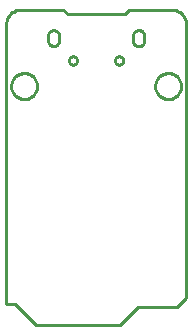
<source format=gbr>
G04 EAGLE Gerber RS-274X export*
G75*
%MOMM*%
%FSLAX34Y34*%
%LPD*%
%IN*%
%IPPOS*%
%AMOC8*
5,1,8,0,0,1.08239X$1,22.5*%
G01*
%ADD10C,0.254000*%


D10*
X-76200Y-121920D02*
X-68580Y-121920D01*
X-50800Y-139700D01*
X20320Y-139700D01*
X35560Y-124460D01*
X68580Y-124460D01*
X76200Y-116840D01*
X76200Y114300D01*
X76152Y115407D01*
X76007Y116505D01*
X75767Y117587D01*
X75434Y118644D01*
X75010Y119667D01*
X74499Y120650D01*
X73903Y121584D01*
X73229Y122463D01*
X72480Y123280D01*
X71663Y124029D01*
X70784Y124703D01*
X69850Y125299D01*
X68867Y125810D01*
X67844Y126234D01*
X66787Y126567D01*
X65705Y126807D01*
X64607Y126952D01*
X63500Y127000D01*
X27940Y127000D01*
X24130Y123190D01*
X-24130Y123190D01*
X-27940Y127000D01*
X-63500Y127000D01*
X-64607Y126952D01*
X-65705Y126807D01*
X-66787Y126567D01*
X-67844Y126234D01*
X-68867Y125810D01*
X-69850Y125299D01*
X-70784Y124703D01*
X-71663Y124029D01*
X-72480Y123280D01*
X-73229Y122463D01*
X-73903Y121584D01*
X-74499Y120650D01*
X-75010Y119667D01*
X-75434Y118644D01*
X-75767Y117587D01*
X-76007Y116505D01*
X-76152Y115407D01*
X-76200Y114300D01*
X-76200Y-121920D01*
X-40500Y99820D02*
X-40441Y99473D01*
X-40352Y99133D01*
X-40234Y98802D01*
X-40088Y98482D01*
X-39914Y98176D01*
X-39714Y97887D01*
X-39490Y97616D01*
X-39243Y97366D01*
X-38975Y97138D01*
X-38688Y96934D01*
X-38385Y96757D01*
X-38067Y96606D01*
X-37737Y96483D01*
X-37398Y96390D01*
X-37052Y96327D01*
X-36702Y96294D01*
X-36351Y96292D01*
X-36000Y96320D01*
X-35649Y96292D01*
X-35298Y96294D01*
X-34948Y96327D01*
X-34602Y96390D01*
X-34263Y96483D01*
X-33933Y96606D01*
X-33615Y96757D01*
X-33312Y96934D01*
X-33025Y97138D01*
X-32757Y97366D01*
X-32510Y97616D01*
X-32286Y97887D01*
X-32086Y98176D01*
X-31912Y98482D01*
X-31766Y98802D01*
X-31648Y99133D01*
X-31559Y99473D01*
X-31500Y99820D01*
X-31500Y105820D01*
X-31559Y106167D01*
X-31648Y106507D01*
X-31766Y106838D01*
X-31912Y107158D01*
X-32086Y107464D01*
X-32286Y107753D01*
X-32510Y108024D01*
X-32757Y108274D01*
X-33025Y108502D01*
X-33312Y108706D01*
X-33615Y108883D01*
X-33933Y109034D01*
X-34263Y109157D01*
X-34602Y109250D01*
X-34948Y109313D01*
X-35298Y109346D01*
X-35649Y109348D01*
X-36000Y109320D01*
X-36351Y109348D01*
X-36702Y109346D01*
X-37052Y109313D01*
X-37398Y109250D01*
X-37737Y109157D01*
X-38067Y109034D01*
X-38385Y108883D01*
X-38688Y108706D01*
X-38975Y108502D01*
X-39243Y108274D01*
X-39490Y108024D01*
X-39714Y107753D01*
X-39914Y107464D01*
X-40088Y107158D01*
X-40234Y106838D01*
X-40352Y106507D01*
X-40441Y106167D01*
X-40500Y105820D01*
X-40500Y99820D01*
X31500Y99820D02*
X31513Y99515D01*
X31553Y99212D01*
X31619Y98914D01*
X31711Y98623D01*
X31828Y98341D01*
X31969Y98070D01*
X32133Y97812D01*
X32319Y97570D01*
X32525Y97345D01*
X32750Y97139D01*
X32992Y96953D01*
X33250Y96789D01*
X33521Y96648D01*
X33803Y96531D01*
X34094Y96439D01*
X34392Y96373D01*
X34695Y96333D01*
X35000Y96320D01*
X37000Y96320D01*
X37305Y96333D01*
X37608Y96373D01*
X37906Y96439D01*
X38197Y96531D01*
X38479Y96648D01*
X38750Y96789D01*
X39008Y96953D01*
X39250Y97139D01*
X39475Y97345D01*
X39681Y97570D01*
X39867Y97812D01*
X40031Y98070D01*
X40172Y98341D01*
X40289Y98623D01*
X40381Y98914D01*
X40447Y99212D01*
X40487Y99515D01*
X40500Y99820D01*
X40500Y105320D01*
X40508Y105648D01*
X40486Y105975D01*
X40437Y106299D01*
X40359Y106618D01*
X40254Y106928D01*
X40123Y107229D01*
X39965Y107516D01*
X39783Y107789D01*
X39578Y108045D01*
X39352Y108282D01*
X39106Y108498D01*
X38842Y108693D01*
X38561Y108863D01*
X38268Y109008D01*
X37962Y109128D01*
X37647Y109220D01*
X37326Y109284D01*
X37000Y109320D01*
X35000Y109320D01*
X34674Y109284D01*
X34353Y109220D01*
X34038Y109128D01*
X33733Y109008D01*
X33439Y108863D01*
X33159Y108693D01*
X32894Y108498D01*
X32648Y108282D01*
X32422Y108045D01*
X32217Y107789D01*
X32035Y107516D01*
X31877Y107229D01*
X31746Y106928D01*
X31641Y106618D01*
X31563Y106299D01*
X31514Y105975D01*
X31492Y105648D01*
X31500Y105320D01*
X31500Y99820D01*
X-49960Y61798D02*
X-50028Y60936D01*
X-50163Y60082D01*
X-50365Y59242D01*
X-50632Y58420D01*
X-50963Y57621D01*
X-51355Y56851D01*
X-51807Y56114D01*
X-52315Y55415D01*
X-52876Y54757D01*
X-53487Y54146D01*
X-54145Y53585D01*
X-54844Y53077D01*
X-55581Y52625D01*
X-56351Y52233D01*
X-57150Y51902D01*
X-57972Y51635D01*
X-58812Y51433D01*
X-59666Y51298D01*
X-60528Y51230D01*
X-61392Y51230D01*
X-62254Y51298D01*
X-63108Y51433D01*
X-63948Y51635D01*
X-64770Y51902D01*
X-65569Y52233D01*
X-66339Y52625D01*
X-67076Y53077D01*
X-67775Y53585D01*
X-68433Y54146D01*
X-69044Y54757D01*
X-69605Y55415D01*
X-70113Y56114D01*
X-70565Y56851D01*
X-70957Y57621D01*
X-71288Y58420D01*
X-71555Y59242D01*
X-71757Y60082D01*
X-71892Y60936D01*
X-71960Y61798D01*
X-71960Y62662D01*
X-71892Y63524D01*
X-71757Y64378D01*
X-71555Y65218D01*
X-71288Y66040D01*
X-70957Y66839D01*
X-70565Y67609D01*
X-70113Y68346D01*
X-69605Y69045D01*
X-69044Y69703D01*
X-68433Y70314D01*
X-67775Y70875D01*
X-67076Y71383D01*
X-66339Y71835D01*
X-65569Y72227D01*
X-64770Y72558D01*
X-63948Y72825D01*
X-63108Y73027D01*
X-62254Y73162D01*
X-61392Y73230D01*
X-60528Y73230D01*
X-59666Y73162D01*
X-58812Y73027D01*
X-57972Y72825D01*
X-57150Y72558D01*
X-56351Y72227D01*
X-55581Y71835D01*
X-54844Y71383D01*
X-54145Y70875D01*
X-53487Y70314D01*
X-52876Y69703D01*
X-52315Y69045D01*
X-51807Y68346D01*
X-51355Y67609D01*
X-50963Y66839D01*
X-50632Y66040D01*
X-50365Y65218D01*
X-50163Y64378D01*
X-50028Y63524D01*
X-49960Y62662D01*
X-49960Y61798D01*
X71960Y61798D02*
X71892Y60936D01*
X71757Y60082D01*
X71555Y59242D01*
X71288Y58420D01*
X70957Y57621D01*
X70565Y56851D01*
X70113Y56114D01*
X69605Y55415D01*
X69044Y54757D01*
X68433Y54146D01*
X67775Y53585D01*
X67076Y53077D01*
X66339Y52625D01*
X65569Y52233D01*
X64770Y51902D01*
X63948Y51635D01*
X63108Y51433D01*
X62254Y51298D01*
X61392Y51230D01*
X60528Y51230D01*
X59666Y51298D01*
X58812Y51433D01*
X57972Y51635D01*
X57150Y51902D01*
X56351Y52233D01*
X55581Y52625D01*
X54844Y53077D01*
X54145Y53585D01*
X53487Y54146D01*
X52876Y54757D01*
X52315Y55415D01*
X51807Y56114D01*
X51355Y56851D01*
X50963Y57621D01*
X50632Y58420D01*
X50365Y59242D01*
X50163Y60082D01*
X50028Y60936D01*
X49960Y61798D01*
X49960Y62662D01*
X50028Y63524D01*
X50163Y64378D01*
X50365Y65218D01*
X50632Y66040D01*
X50963Y66839D01*
X51355Y67609D01*
X51807Y68346D01*
X52315Y69045D01*
X52876Y69703D01*
X53487Y70314D01*
X54145Y70875D01*
X54844Y71383D01*
X55581Y71835D01*
X56351Y72227D01*
X57150Y72558D01*
X57972Y72825D01*
X58812Y73027D01*
X59666Y73162D01*
X60528Y73230D01*
X61392Y73230D01*
X62254Y73162D01*
X63108Y73027D01*
X63948Y72825D01*
X64770Y72558D01*
X65569Y72227D01*
X66339Y71835D01*
X67076Y71383D01*
X67775Y70875D01*
X68433Y70314D01*
X69044Y69703D01*
X69605Y69045D01*
X70113Y68346D01*
X70565Y67609D01*
X70957Y66839D01*
X71288Y66040D01*
X71555Y65218D01*
X71757Y64378D01*
X71892Y63524D01*
X71960Y62662D01*
X71960Y61798D01*
X16000Y84049D02*
X16060Y84504D01*
X16179Y84947D01*
X16354Y85371D01*
X16584Y85769D01*
X16863Y86133D01*
X17187Y86457D01*
X17551Y86736D01*
X17949Y86966D01*
X18373Y87141D01*
X18816Y87260D01*
X19271Y87320D01*
X19729Y87320D01*
X20184Y87260D01*
X20627Y87141D01*
X21051Y86966D01*
X21449Y86736D01*
X21813Y86457D01*
X22137Y86133D01*
X22416Y85769D01*
X22646Y85371D01*
X22821Y84947D01*
X22940Y84504D01*
X23000Y84049D01*
X23000Y83591D01*
X22940Y83136D01*
X22821Y82693D01*
X22646Y82269D01*
X22416Y81871D01*
X22137Y81507D01*
X21813Y81183D01*
X21449Y80904D01*
X21051Y80674D01*
X20627Y80499D01*
X20184Y80380D01*
X19729Y80320D01*
X19271Y80320D01*
X18816Y80380D01*
X18373Y80499D01*
X17949Y80674D01*
X17551Y80904D01*
X17187Y81183D01*
X16863Y81507D01*
X16584Y81871D01*
X16354Y82269D01*
X16179Y82693D01*
X16060Y83136D01*
X16000Y83591D01*
X16000Y84049D01*
X-23000Y84049D02*
X-22940Y84504D01*
X-22821Y84947D01*
X-22646Y85371D01*
X-22416Y85769D01*
X-22137Y86133D01*
X-21813Y86457D01*
X-21449Y86736D01*
X-21051Y86966D01*
X-20627Y87141D01*
X-20184Y87260D01*
X-19729Y87320D01*
X-19271Y87320D01*
X-18816Y87260D01*
X-18373Y87141D01*
X-17949Y86966D01*
X-17551Y86736D01*
X-17187Y86457D01*
X-16863Y86133D01*
X-16584Y85769D01*
X-16354Y85371D01*
X-16179Y84947D01*
X-16060Y84504D01*
X-16000Y84049D01*
X-16000Y83591D01*
X-16060Y83136D01*
X-16179Y82693D01*
X-16354Y82269D01*
X-16584Y81871D01*
X-16863Y81507D01*
X-17187Y81183D01*
X-17551Y80904D01*
X-17949Y80674D01*
X-18373Y80499D01*
X-18816Y80380D01*
X-19271Y80320D01*
X-19729Y80320D01*
X-20184Y80380D01*
X-20627Y80499D01*
X-21051Y80674D01*
X-21449Y80904D01*
X-21813Y81183D01*
X-22137Y81507D01*
X-22416Y81871D01*
X-22646Y82269D01*
X-22821Y82693D01*
X-22940Y83136D01*
X-23000Y83591D01*
X-23000Y84049D01*
M02*

</source>
